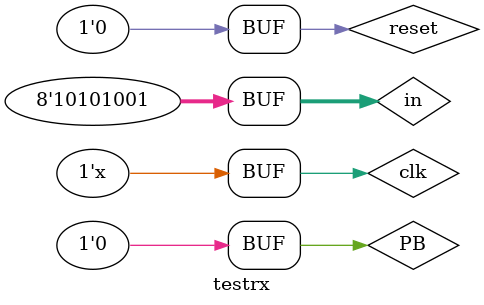
<source format=sv>
`timescale 1ns / 1ps


module testrx(

    );
    logic clk,reset,PB;
    logic [7:0]in,estado;
    logic [15:0]op1,op2;
    logic [1:0]cmd;
    
    rx_control U1(.clk(clk),.reset(reset),.rx_ready(PB),.rx_in_data(in),.rx_out1_data(op1),.rx_out2_data(op2),.alu_ctrl(cmd),.estado(estado));
    
    always #5 clk = ~clk;
     
    initial begin
        reset = 1;
        clk = 1;
        #60
        reset = 0;
        #40
        in = 8'b11111111;
        #30
        PB = 1;
        #50
        PB = 0;
        #40
        in = 8'd0;
        #30
        PB = 1;
        #50
        PB = 0;
        #40
        in = 8'b10101010;
        #30
        PB = 1;
        #50
        PB = 0;
        #40
        in = 8'b10101010;
        #30
        PB = 1;
        #50
        PB = 0;
        #40
        in = 8'b10101001;
        #30
        PB = 1;
        #50
        PB = 0;
       
        
    end
endmodule

</source>
